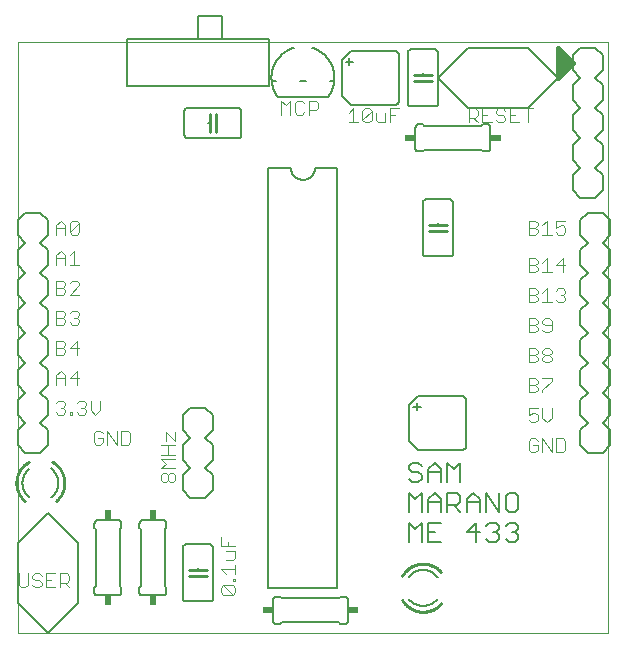
<source format=gto>
G75*
%MOIN*%
%OFA0B0*%
%FSLAX25Y25*%
%IPPOS*%
%LPD*%
%AMOC8*
5,1,8,0,0,1.08239X$1,22.5*
%
%ADD10C,0.00000*%
%ADD11C,0.00400*%
%ADD12C,0.01600*%
%ADD13C,0.00600*%
%ADD14C,0.01000*%
%ADD15C,0.00800*%
%ADD16R,0.03400X0.02400*%
%ADD17R,0.02400X0.03400*%
%ADD18C,0.00500*%
D10*
X0003000Y0001800D02*
X0003000Y0198650D01*
X0199850Y0198650D01*
X0199850Y0001800D01*
X0003000Y0001800D01*
D11*
X0003967Y0017000D02*
X0005502Y0017000D01*
X0006269Y0017767D01*
X0006269Y0021604D01*
X0007804Y0020837D02*
X0007804Y0020069D01*
X0008571Y0019302D01*
X0010106Y0019302D01*
X0010873Y0018535D01*
X0010873Y0017767D01*
X0010106Y0017000D01*
X0008571Y0017000D01*
X0007804Y0017767D01*
X0007804Y0020837D02*
X0008571Y0021604D01*
X0010106Y0021604D01*
X0010873Y0020837D01*
X0012408Y0021604D02*
X0012408Y0017000D01*
X0015477Y0017000D01*
X0017012Y0017000D02*
X0017012Y0021604D01*
X0019314Y0021604D01*
X0020081Y0020837D01*
X0020081Y0019302D01*
X0019314Y0018535D01*
X0017012Y0018535D01*
X0018546Y0018535D02*
X0020081Y0017000D01*
X0015477Y0021604D02*
X0012408Y0021604D01*
X0012408Y0019302D02*
X0013942Y0019302D01*
X0003967Y0017000D02*
X0003200Y0017767D01*
X0003200Y0021604D01*
X0028967Y0064500D02*
X0030502Y0064500D01*
X0031269Y0065267D01*
X0031269Y0066802D01*
X0029735Y0066802D01*
X0031269Y0068337D02*
X0030502Y0069104D01*
X0028967Y0069104D01*
X0028200Y0068337D01*
X0028200Y0065267D01*
X0028967Y0064500D01*
X0032804Y0064500D02*
X0032804Y0069104D01*
X0035873Y0064500D01*
X0035873Y0069104D01*
X0037408Y0069104D02*
X0039710Y0069104D01*
X0040477Y0068337D01*
X0040477Y0065267D01*
X0039710Y0064500D01*
X0037408Y0064500D01*
X0037408Y0069104D01*
X0030279Y0076035D02*
X0030279Y0079104D01*
X0027210Y0079104D02*
X0027210Y0076035D01*
X0028744Y0074500D01*
X0030279Y0076035D01*
X0025675Y0076035D02*
X0025675Y0075267D01*
X0024908Y0074500D01*
X0023373Y0074500D01*
X0022606Y0075267D01*
X0021071Y0075267D02*
X0021071Y0074500D01*
X0020304Y0074500D01*
X0020304Y0075267D01*
X0021071Y0075267D01*
X0018769Y0075267D02*
X0018002Y0074500D01*
X0016467Y0074500D01*
X0015700Y0075267D01*
X0017235Y0076802D02*
X0018002Y0076802D01*
X0018769Y0076035D01*
X0018769Y0075267D01*
X0018002Y0076802D02*
X0018769Y0077569D01*
X0018769Y0078337D01*
X0018002Y0079104D01*
X0016467Y0079104D01*
X0015700Y0078337D01*
X0015700Y0084500D02*
X0015700Y0087569D01*
X0017235Y0089104D01*
X0018769Y0087569D01*
X0018769Y0084500D01*
X0018769Y0086802D02*
X0015700Y0086802D01*
X0020304Y0086802D02*
X0023373Y0086802D01*
X0022606Y0084500D02*
X0022606Y0089104D01*
X0020304Y0086802D01*
X0022606Y0094500D02*
X0022606Y0099104D01*
X0020304Y0096802D01*
X0023373Y0096802D01*
X0018769Y0097569D02*
X0018002Y0096802D01*
X0015700Y0096802D01*
X0015700Y0094500D02*
X0015700Y0099104D01*
X0018002Y0099104D01*
X0018769Y0098337D01*
X0018769Y0097569D01*
X0018002Y0096802D02*
X0018769Y0096035D01*
X0018769Y0095267D01*
X0018002Y0094500D01*
X0015700Y0094500D01*
X0015700Y0104500D02*
X0018002Y0104500D01*
X0018769Y0105267D01*
X0018769Y0106035D01*
X0018002Y0106802D01*
X0015700Y0106802D01*
X0015700Y0104500D02*
X0015700Y0109104D01*
X0018002Y0109104D01*
X0018769Y0108337D01*
X0018769Y0107569D01*
X0018002Y0106802D01*
X0020304Y0108337D02*
X0021071Y0109104D01*
X0022606Y0109104D01*
X0023373Y0108337D01*
X0023373Y0107569D01*
X0022606Y0106802D01*
X0023373Y0106035D01*
X0023373Y0105267D01*
X0022606Y0104500D01*
X0021071Y0104500D01*
X0020304Y0105267D01*
X0021839Y0106802D02*
X0022606Y0106802D01*
X0023373Y0114500D02*
X0020304Y0114500D01*
X0023373Y0117569D01*
X0023373Y0118337D01*
X0022606Y0119104D01*
X0021071Y0119104D01*
X0020304Y0118337D01*
X0018769Y0118337D02*
X0018769Y0117569D01*
X0018002Y0116802D01*
X0015700Y0116802D01*
X0015700Y0114500D02*
X0015700Y0119104D01*
X0018002Y0119104D01*
X0018769Y0118337D01*
X0018002Y0116802D02*
X0018769Y0116035D01*
X0018769Y0115267D01*
X0018002Y0114500D01*
X0015700Y0114500D01*
X0015700Y0124500D02*
X0015700Y0127569D01*
X0017235Y0129104D01*
X0018769Y0127569D01*
X0018769Y0124500D01*
X0020304Y0124500D02*
X0023373Y0124500D01*
X0021839Y0124500D02*
X0021839Y0129104D01*
X0020304Y0127569D01*
X0018769Y0126802D02*
X0015700Y0126802D01*
X0015700Y0134500D02*
X0015700Y0137569D01*
X0017235Y0139104D01*
X0018769Y0137569D01*
X0018769Y0134500D01*
X0020304Y0135267D02*
X0023373Y0138337D01*
X0023373Y0135267D01*
X0022606Y0134500D01*
X0021071Y0134500D01*
X0020304Y0135267D01*
X0020304Y0138337D01*
X0021071Y0139104D01*
X0022606Y0139104D01*
X0023373Y0138337D01*
X0018769Y0136802D02*
X0015700Y0136802D01*
X0023373Y0079104D02*
X0024908Y0079104D01*
X0025675Y0078337D01*
X0025675Y0077569D01*
X0024908Y0076802D01*
X0025675Y0076035D01*
X0024908Y0076802D02*
X0024141Y0076802D01*
X0022606Y0078337D02*
X0023373Y0079104D01*
X0050696Y0064277D02*
X0055300Y0064277D01*
X0055300Y0065812D02*
X0055300Y0068881D01*
X0052231Y0068881D02*
X0055300Y0065812D01*
X0052998Y0064277D02*
X0052998Y0061208D01*
X0055300Y0061208D02*
X0050696Y0061208D01*
X0050696Y0059673D02*
X0055300Y0059673D01*
X0055300Y0056604D02*
X0050696Y0056604D01*
X0052231Y0058139D01*
X0050696Y0059673D01*
X0051463Y0055069D02*
X0050696Y0054302D01*
X0050696Y0052767D01*
X0051463Y0052000D01*
X0052231Y0052000D01*
X0052998Y0052767D01*
X0052998Y0054302D01*
X0053765Y0055069D01*
X0054533Y0055069D01*
X0055300Y0054302D01*
X0055300Y0052767D01*
X0054533Y0052000D01*
X0053765Y0052000D01*
X0052998Y0052767D01*
X0052998Y0054302D02*
X0052231Y0055069D01*
X0051463Y0055069D01*
X0052231Y0065812D02*
X0052231Y0068881D01*
X0070696Y0033683D02*
X0070696Y0030614D01*
X0075300Y0030614D01*
X0075300Y0029079D02*
X0072231Y0029079D01*
X0072998Y0030614D02*
X0072998Y0032148D01*
X0075300Y0029079D02*
X0075300Y0026777D01*
X0074533Y0026010D01*
X0072231Y0026010D01*
X0075300Y0024475D02*
X0075300Y0021406D01*
X0075300Y0022941D02*
X0070696Y0022941D01*
X0072231Y0021406D01*
X0074533Y0019871D02*
X0075300Y0019871D01*
X0075300Y0019104D01*
X0074533Y0019104D01*
X0074533Y0019871D01*
X0074533Y0017569D02*
X0075300Y0016802D01*
X0075300Y0015267D01*
X0074533Y0014500D01*
X0071463Y0017569D01*
X0074533Y0017569D01*
X0074533Y0014500D02*
X0071463Y0014500D01*
X0070696Y0015267D01*
X0070696Y0016802D01*
X0071463Y0017569D01*
X0173200Y0062767D02*
X0173967Y0062000D01*
X0175502Y0062000D01*
X0176269Y0062767D01*
X0176269Y0064302D01*
X0174735Y0064302D01*
X0176269Y0065837D02*
X0175502Y0066604D01*
X0173967Y0066604D01*
X0173200Y0065837D01*
X0173200Y0062767D01*
X0177804Y0062000D02*
X0177804Y0066604D01*
X0180873Y0062000D01*
X0180873Y0066604D01*
X0182408Y0066604D02*
X0184710Y0066604D01*
X0185477Y0065837D01*
X0185477Y0062767D01*
X0184710Y0062000D01*
X0182408Y0062000D01*
X0182408Y0066604D01*
X0179339Y0072000D02*
X0180873Y0073535D01*
X0180873Y0076604D01*
X0177804Y0076604D02*
X0177804Y0073535D01*
X0179339Y0072000D01*
X0176269Y0072767D02*
X0176269Y0074302D01*
X0175502Y0075069D01*
X0174735Y0075069D01*
X0173200Y0074302D01*
X0173200Y0076604D01*
X0176269Y0076604D01*
X0176269Y0072767D02*
X0175502Y0072000D01*
X0173967Y0072000D01*
X0173200Y0072767D01*
X0173200Y0082000D02*
X0175502Y0082000D01*
X0176269Y0082767D01*
X0176269Y0083535D01*
X0175502Y0084302D01*
X0173200Y0084302D01*
X0173200Y0082000D02*
X0173200Y0086604D01*
X0175502Y0086604D01*
X0176269Y0085837D01*
X0176269Y0085069D01*
X0175502Y0084302D01*
X0177804Y0082767D02*
X0177804Y0082000D01*
X0177804Y0082767D02*
X0180873Y0085837D01*
X0180873Y0086604D01*
X0177804Y0086604D01*
X0178571Y0092000D02*
X0177804Y0092767D01*
X0177804Y0093535D01*
X0178571Y0094302D01*
X0180106Y0094302D01*
X0180873Y0093535D01*
X0180873Y0092767D01*
X0180106Y0092000D01*
X0178571Y0092000D01*
X0178571Y0094302D02*
X0177804Y0095069D01*
X0177804Y0095837D01*
X0178571Y0096604D01*
X0180106Y0096604D01*
X0180873Y0095837D01*
X0180873Y0095069D01*
X0180106Y0094302D01*
X0176269Y0095069D02*
X0175502Y0094302D01*
X0173200Y0094302D01*
X0173200Y0092000D02*
X0173200Y0096604D01*
X0175502Y0096604D01*
X0176269Y0095837D01*
X0176269Y0095069D01*
X0175502Y0094302D02*
X0176269Y0093535D01*
X0176269Y0092767D01*
X0175502Y0092000D01*
X0173200Y0092000D01*
X0173200Y0102000D02*
X0175502Y0102000D01*
X0176269Y0102767D01*
X0176269Y0103535D01*
X0175502Y0104302D01*
X0173200Y0104302D01*
X0173200Y0102000D02*
X0173200Y0106604D01*
X0175502Y0106604D01*
X0176269Y0105837D01*
X0176269Y0105069D01*
X0175502Y0104302D01*
X0177804Y0105069D02*
X0178571Y0104302D01*
X0180873Y0104302D01*
X0180873Y0102767D02*
X0180873Y0105837D01*
X0180106Y0106604D01*
X0178571Y0106604D01*
X0177804Y0105837D01*
X0177804Y0105069D01*
X0177804Y0102767D02*
X0178571Y0102000D01*
X0180106Y0102000D01*
X0180873Y0102767D01*
X0180873Y0112000D02*
X0177804Y0112000D01*
X0179339Y0112000D02*
X0179339Y0116604D01*
X0177804Y0115069D01*
X0176269Y0115069D02*
X0175502Y0114302D01*
X0173200Y0114302D01*
X0173200Y0112000D02*
X0173200Y0116604D01*
X0175502Y0116604D01*
X0176269Y0115837D01*
X0176269Y0115069D01*
X0175502Y0114302D02*
X0176269Y0113535D01*
X0176269Y0112767D01*
X0175502Y0112000D01*
X0173200Y0112000D01*
X0182408Y0112767D02*
X0183175Y0112000D01*
X0184710Y0112000D01*
X0185477Y0112767D01*
X0185477Y0113535D01*
X0184710Y0114302D01*
X0183942Y0114302D01*
X0184710Y0114302D02*
X0185477Y0115069D01*
X0185477Y0115837D01*
X0184710Y0116604D01*
X0183175Y0116604D01*
X0182408Y0115837D01*
X0180873Y0122000D02*
X0177804Y0122000D01*
X0179339Y0122000D02*
X0179339Y0126604D01*
X0177804Y0125069D01*
X0176269Y0125069D02*
X0175502Y0124302D01*
X0173200Y0124302D01*
X0173200Y0122000D02*
X0173200Y0126604D01*
X0175502Y0126604D01*
X0176269Y0125837D01*
X0176269Y0125069D01*
X0175502Y0124302D02*
X0176269Y0123535D01*
X0176269Y0122767D01*
X0175502Y0122000D01*
X0173200Y0122000D01*
X0182408Y0124302D02*
X0185477Y0124302D01*
X0184710Y0122000D02*
X0184710Y0126604D01*
X0182408Y0124302D01*
X0183175Y0134500D02*
X0182408Y0135267D01*
X0183175Y0134500D02*
X0184710Y0134500D01*
X0185477Y0135267D01*
X0185477Y0136802D01*
X0184710Y0137569D01*
X0183942Y0137569D01*
X0182408Y0136802D01*
X0182408Y0139104D01*
X0185477Y0139104D01*
X0180873Y0134500D02*
X0177804Y0134500D01*
X0179339Y0134500D02*
X0179339Y0139104D01*
X0177804Y0137569D01*
X0176269Y0137569D02*
X0175502Y0136802D01*
X0173200Y0136802D01*
X0173200Y0134500D02*
X0173200Y0139104D01*
X0175502Y0139104D01*
X0176269Y0138337D01*
X0176269Y0137569D01*
X0175502Y0136802D02*
X0176269Y0136035D01*
X0176269Y0135267D01*
X0175502Y0134500D01*
X0173200Y0134500D01*
X0173150Y0172000D02*
X0173150Y0176604D01*
X0171616Y0176604D02*
X0174685Y0176604D01*
X0170081Y0176604D02*
X0167012Y0176604D01*
X0167012Y0172000D01*
X0170081Y0172000D01*
X0168546Y0174302D02*
X0167012Y0174302D01*
X0165477Y0173535D02*
X0165477Y0172767D01*
X0164710Y0172000D01*
X0163175Y0172000D01*
X0162408Y0172767D01*
X0160873Y0172000D02*
X0157804Y0172000D01*
X0157804Y0176604D01*
X0160873Y0176604D01*
X0162408Y0175837D02*
X0162408Y0175069D01*
X0163175Y0174302D01*
X0164710Y0174302D01*
X0165477Y0173535D01*
X0165477Y0175837D02*
X0164710Y0176604D01*
X0163175Y0176604D01*
X0162408Y0175837D01*
X0159339Y0174302D02*
X0157804Y0174302D01*
X0156269Y0174302D02*
X0156269Y0175837D01*
X0155502Y0176604D01*
X0153200Y0176604D01*
X0153200Y0172000D01*
X0153200Y0173535D02*
X0155502Y0173535D01*
X0156269Y0174302D01*
X0154735Y0173535D02*
X0156269Y0172000D01*
X0130081Y0176604D02*
X0127012Y0176604D01*
X0127012Y0172000D01*
X0125477Y0172000D02*
X0125477Y0175069D01*
X0127012Y0174302D02*
X0128546Y0174302D01*
X0125477Y0172000D02*
X0123175Y0172000D01*
X0122408Y0172767D01*
X0122408Y0175069D01*
X0120873Y0175837D02*
X0120106Y0176604D01*
X0118571Y0176604D01*
X0117804Y0175837D01*
X0117804Y0172767D01*
X0120873Y0175837D01*
X0120873Y0172767D01*
X0120106Y0172000D01*
X0118571Y0172000D01*
X0117804Y0172767D01*
X0116269Y0172000D02*
X0113200Y0172000D01*
X0114735Y0172000D02*
X0114735Y0176604D01*
X0113200Y0175069D01*
X0102977Y0176802D02*
X0102210Y0176035D01*
X0099908Y0176035D01*
X0099908Y0174500D02*
X0099908Y0179104D01*
X0102210Y0179104D01*
X0102977Y0178337D01*
X0102977Y0176802D01*
X0098373Y0178337D02*
X0097606Y0179104D01*
X0096071Y0179104D01*
X0095304Y0178337D01*
X0095304Y0175267D01*
X0096071Y0174500D01*
X0097606Y0174500D01*
X0098373Y0175267D01*
X0093769Y0174500D02*
X0093769Y0179104D01*
X0092235Y0177569D01*
X0090700Y0179104D01*
X0090700Y0174500D01*
D12*
X0183000Y0186800D02*
X0188000Y0191800D01*
X0183000Y0196800D01*
X0183000Y0186800D01*
X0183000Y0187227D02*
X0183427Y0187227D01*
X0183000Y0188826D02*
X0185026Y0188826D01*
X0186624Y0190424D02*
X0183000Y0190424D01*
X0183000Y0192023D02*
X0187777Y0192023D01*
X0186179Y0193621D02*
X0183000Y0193621D01*
X0183000Y0195220D02*
X0184580Y0195220D01*
D13*
X0160500Y0170300D02*
X0160500Y0163300D01*
X0160498Y0163240D01*
X0160493Y0163179D01*
X0160484Y0163120D01*
X0160471Y0163061D01*
X0160455Y0163002D01*
X0160435Y0162945D01*
X0160412Y0162890D01*
X0160385Y0162835D01*
X0160356Y0162783D01*
X0160323Y0162732D01*
X0160287Y0162683D01*
X0160249Y0162637D01*
X0160207Y0162593D01*
X0160163Y0162551D01*
X0160117Y0162513D01*
X0160068Y0162477D01*
X0160017Y0162444D01*
X0159965Y0162415D01*
X0159910Y0162388D01*
X0159855Y0162365D01*
X0159798Y0162345D01*
X0159739Y0162329D01*
X0159680Y0162316D01*
X0159621Y0162307D01*
X0159560Y0162302D01*
X0159500Y0162300D01*
X0158000Y0162300D01*
X0157500Y0162800D01*
X0138500Y0162800D01*
X0138000Y0162300D01*
X0136500Y0162300D01*
X0136440Y0162302D01*
X0136379Y0162307D01*
X0136320Y0162316D01*
X0136261Y0162329D01*
X0136202Y0162345D01*
X0136145Y0162365D01*
X0136090Y0162388D01*
X0136035Y0162415D01*
X0135983Y0162444D01*
X0135932Y0162477D01*
X0135883Y0162513D01*
X0135837Y0162551D01*
X0135793Y0162593D01*
X0135751Y0162637D01*
X0135713Y0162683D01*
X0135677Y0162732D01*
X0135644Y0162783D01*
X0135615Y0162835D01*
X0135588Y0162890D01*
X0135565Y0162945D01*
X0135545Y0163002D01*
X0135529Y0163061D01*
X0135516Y0163120D01*
X0135507Y0163179D01*
X0135502Y0163240D01*
X0135500Y0163300D01*
X0135500Y0170300D01*
X0135502Y0170360D01*
X0135507Y0170421D01*
X0135516Y0170480D01*
X0135529Y0170539D01*
X0135545Y0170598D01*
X0135565Y0170655D01*
X0135588Y0170710D01*
X0135615Y0170765D01*
X0135644Y0170817D01*
X0135677Y0170868D01*
X0135713Y0170917D01*
X0135751Y0170963D01*
X0135793Y0171007D01*
X0135837Y0171049D01*
X0135883Y0171087D01*
X0135932Y0171123D01*
X0135983Y0171156D01*
X0136035Y0171185D01*
X0136090Y0171212D01*
X0136145Y0171235D01*
X0136202Y0171255D01*
X0136261Y0171271D01*
X0136320Y0171284D01*
X0136379Y0171293D01*
X0136440Y0171298D01*
X0136500Y0171300D01*
X0138000Y0171300D01*
X0138500Y0170800D01*
X0157500Y0170800D01*
X0158000Y0171300D01*
X0159500Y0171300D01*
X0159560Y0171298D01*
X0159621Y0171293D01*
X0159680Y0171284D01*
X0159739Y0171271D01*
X0159798Y0171255D01*
X0159855Y0171235D01*
X0159910Y0171212D01*
X0159965Y0171185D01*
X0160017Y0171156D01*
X0160068Y0171123D01*
X0160117Y0171087D01*
X0160163Y0171049D01*
X0160207Y0171007D01*
X0160249Y0170963D01*
X0160287Y0170917D01*
X0160323Y0170868D01*
X0160356Y0170817D01*
X0160385Y0170765D01*
X0160412Y0170710D01*
X0160435Y0170655D01*
X0160455Y0170598D01*
X0160471Y0170539D01*
X0160484Y0170480D01*
X0160493Y0170421D01*
X0160498Y0170360D01*
X0160500Y0170300D01*
X0143000Y0178300D02*
X0143000Y0195300D01*
X0142998Y0195360D01*
X0142993Y0195421D01*
X0142984Y0195480D01*
X0142971Y0195539D01*
X0142955Y0195598D01*
X0142935Y0195655D01*
X0142912Y0195710D01*
X0142885Y0195765D01*
X0142856Y0195817D01*
X0142823Y0195868D01*
X0142787Y0195917D01*
X0142749Y0195963D01*
X0142707Y0196007D01*
X0142663Y0196049D01*
X0142617Y0196087D01*
X0142568Y0196123D01*
X0142517Y0196156D01*
X0142465Y0196185D01*
X0142410Y0196212D01*
X0142355Y0196235D01*
X0142298Y0196255D01*
X0142239Y0196271D01*
X0142180Y0196284D01*
X0142121Y0196293D01*
X0142060Y0196298D01*
X0142000Y0196300D01*
X0134000Y0196300D01*
X0133940Y0196298D01*
X0133879Y0196293D01*
X0133820Y0196284D01*
X0133761Y0196271D01*
X0133702Y0196255D01*
X0133645Y0196235D01*
X0133590Y0196212D01*
X0133535Y0196185D01*
X0133483Y0196156D01*
X0133432Y0196123D01*
X0133383Y0196087D01*
X0133337Y0196049D01*
X0133293Y0196007D01*
X0133251Y0195963D01*
X0133213Y0195917D01*
X0133177Y0195868D01*
X0133144Y0195817D01*
X0133115Y0195765D01*
X0133088Y0195710D01*
X0133065Y0195655D01*
X0133045Y0195598D01*
X0133029Y0195539D01*
X0133016Y0195480D01*
X0133007Y0195421D01*
X0133002Y0195360D01*
X0133000Y0195300D01*
X0133000Y0178300D01*
X0133002Y0178240D01*
X0133007Y0178179D01*
X0133016Y0178120D01*
X0133029Y0178061D01*
X0133045Y0178002D01*
X0133065Y0177945D01*
X0133088Y0177890D01*
X0133115Y0177835D01*
X0133144Y0177783D01*
X0133177Y0177732D01*
X0133213Y0177683D01*
X0133251Y0177637D01*
X0133293Y0177593D01*
X0133337Y0177551D01*
X0133383Y0177513D01*
X0133432Y0177477D01*
X0133483Y0177444D01*
X0133535Y0177415D01*
X0133590Y0177388D01*
X0133645Y0177365D01*
X0133702Y0177345D01*
X0133761Y0177329D01*
X0133820Y0177316D01*
X0133879Y0177307D01*
X0133940Y0177302D01*
X0134000Y0177300D01*
X0142000Y0177300D01*
X0142060Y0177302D01*
X0142121Y0177307D01*
X0142180Y0177316D01*
X0142239Y0177329D01*
X0142298Y0177345D01*
X0142355Y0177365D01*
X0142410Y0177388D01*
X0142465Y0177415D01*
X0142517Y0177444D01*
X0142568Y0177477D01*
X0142617Y0177513D01*
X0142663Y0177551D01*
X0142707Y0177593D01*
X0142749Y0177637D01*
X0142787Y0177683D01*
X0142823Y0177732D01*
X0142856Y0177783D01*
X0142885Y0177835D01*
X0142912Y0177890D01*
X0142935Y0177945D01*
X0142955Y0178002D01*
X0142971Y0178061D01*
X0142984Y0178120D01*
X0142993Y0178179D01*
X0142998Y0178240D01*
X0143000Y0178300D01*
X0138000Y0185300D02*
X0138000Y0185800D01*
X0138000Y0187800D02*
X0138000Y0188300D01*
X0130000Y0194300D02*
X0130000Y0179300D01*
X0129998Y0179224D01*
X0129992Y0179148D01*
X0129983Y0179073D01*
X0129969Y0178998D01*
X0129952Y0178924D01*
X0129931Y0178851D01*
X0129907Y0178779D01*
X0129878Y0178708D01*
X0129847Y0178639D01*
X0129812Y0178572D01*
X0129773Y0178507D01*
X0129731Y0178443D01*
X0129686Y0178382D01*
X0129638Y0178323D01*
X0129587Y0178267D01*
X0129533Y0178213D01*
X0129477Y0178162D01*
X0129418Y0178114D01*
X0129357Y0178069D01*
X0129293Y0178027D01*
X0129228Y0177988D01*
X0129161Y0177953D01*
X0129092Y0177922D01*
X0129021Y0177893D01*
X0128949Y0177869D01*
X0128876Y0177848D01*
X0128802Y0177831D01*
X0128727Y0177817D01*
X0128652Y0177808D01*
X0128576Y0177802D01*
X0128500Y0177800D01*
X0114000Y0177800D01*
X0111000Y0180800D01*
X0111000Y0192800D01*
X0114000Y0195800D01*
X0128500Y0195800D01*
X0128576Y0195798D01*
X0128652Y0195792D01*
X0128727Y0195783D01*
X0128802Y0195769D01*
X0128876Y0195752D01*
X0128949Y0195731D01*
X0129021Y0195707D01*
X0129092Y0195678D01*
X0129161Y0195647D01*
X0129228Y0195612D01*
X0129293Y0195573D01*
X0129357Y0195531D01*
X0129418Y0195486D01*
X0129477Y0195438D01*
X0129533Y0195387D01*
X0129587Y0195333D01*
X0129638Y0195277D01*
X0129686Y0195218D01*
X0129731Y0195157D01*
X0129773Y0195093D01*
X0129812Y0195028D01*
X0129847Y0194961D01*
X0129878Y0194892D01*
X0129907Y0194821D01*
X0129931Y0194749D01*
X0129952Y0194676D01*
X0129969Y0194602D01*
X0129983Y0194527D01*
X0129992Y0194452D01*
X0129998Y0194376D01*
X0130000Y0194300D01*
X0114800Y0192200D02*
X0112200Y0192200D01*
X0113500Y0193400D02*
X0113500Y0190900D01*
X0109500Y0156800D02*
X0102000Y0156800D01*
X0101998Y0156674D01*
X0101992Y0156549D01*
X0101982Y0156424D01*
X0101968Y0156299D01*
X0101951Y0156174D01*
X0101929Y0156050D01*
X0101904Y0155927D01*
X0101874Y0155805D01*
X0101841Y0155684D01*
X0101804Y0155564D01*
X0101764Y0155445D01*
X0101719Y0155328D01*
X0101671Y0155211D01*
X0101619Y0155097D01*
X0101564Y0154984D01*
X0101505Y0154873D01*
X0101443Y0154764D01*
X0101377Y0154657D01*
X0101308Y0154552D01*
X0101236Y0154449D01*
X0101161Y0154348D01*
X0101082Y0154250D01*
X0101000Y0154155D01*
X0100916Y0154062D01*
X0100828Y0153972D01*
X0100738Y0153884D01*
X0100645Y0153800D01*
X0100550Y0153718D01*
X0100452Y0153639D01*
X0100351Y0153564D01*
X0100248Y0153492D01*
X0100143Y0153423D01*
X0100036Y0153357D01*
X0099927Y0153295D01*
X0099816Y0153236D01*
X0099703Y0153181D01*
X0099589Y0153129D01*
X0099472Y0153081D01*
X0099355Y0153036D01*
X0099236Y0152996D01*
X0099116Y0152959D01*
X0098995Y0152926D01*
X0098873Y0152896D01*
X0098750Y0152871D01*
X0098626Y0152849D01*
X0098501Y0152832D01*
X0098376Y0152818D01*
X0098251Y0152808D01*
X0098126Y0152802D01*
X0098000Y0152800D01*
X0097874Y0152802D01*
X0097749Y0152808D01*
X0097624Y0152818D01*
X0097499Y0152832D01*
X0097374Y0152849D01*
X0097250Y0152871D01*
X0097127Y0152896D01*
X0097005Y0152926D01*
X0096884Y0152959D01*
X0096764Y0152996D01*
X0096645Y0153036D01*
X0096528Y0153081D01*
X0096411Y0153129D01*
X0096297Y0153181D01*
X0096184Y0153236D01*
X0096073Y0153295D01*
X0095964Y0153357D01*
X0095857Y0153423D01*
X0095752Y0153492D01*
X0095649Y0153564D01*
X0095548Y0153639D01*
X0095450Y0153718D01*
X0095355Y0153800D01*
X0095262Y0153884D01*
X0095172Y0153972D01*
X0095084Y0154062D01*
X0095000Y0154155D01*
X0094918Y0154250D01*
X0094839Y0154348D01*
X0094764Y0154449D01*
X0094692Y0154552D01*
X0094623Y0154657D01*
X0094557Y0154764D01*
X0094495Y0154873D01*
X0094436Y0154984D01*
X0094381Y0155097D01*
X0094329Y0155211D01*
X0094281Y0155328D01*
X0094236Y0155445D01*
X0094196Y0155564D01*
X0094159Y0155684D01*
X0094126Y0155805D01*
X0094096Y0155927D01*
X0094071Y0156050D01*
X0094049Y0156174D01*
X0094032Y0156299D01*
X0094018Y0156424D01*
X0094008Y0156549D01*
X0094002Y0156674D01*
X0094000Y0156800D01*
X0086500Y0156800D01*
X0086500Y0016800D01*
X0109500Y0016800D01*
X0109500Y0156800D01*
X0138000Y0145300D02*
X0138000Y0128300D01*
X0138002Y0128240D01*
X0138007Y0128179D01*
X0138016Y0128120D01*
X0138029Y0128061D01*
X0138045Y0128002D01*
X0138065Y0127945D01*
X0138088Y0127890D01*
X0138115Y0127835D01*
X0138144Y0127783D01*
X0138177Y0127732D01*
X0138213Y0127683D01*
X0138251Y0127637D01*
X0138293Y0127593D01*
X0138337Y0127551D01*
X0138383Y0127513D01*
X0138432Y0127477D01*
X0138483Y0127444D01*
X0138535Y0127415D01*
X0138590Y0127388D01*
X0138645Y0127365D01*
X0138702Y0127345D01*
X0138761Y0127329D01*
X0138820Y0127316D01*
X0138879Y0127307D01*
X0138940Y0127302D01*
X0139000Y0127300D01*
X0147000Y0127300D01*
X0147060Y0127302D01*
X0147121Y0127307D01*
X0147180Y0127316D01*
X0147239Y0127329D01*
X0147298Y0127345D01*
X0147355Y0127365D01*
X0147410Y0127388D01*
X0147465Y0127415D01*
X0147517Y0127444D01*
X0147568Y0127477D01*
X0147617Y0127513D01*
X0147663Y0127551D01*
X0147707Y0127593D01*
X0147749Y0127637D01*
X0147787Y0127683D01*
X0147823Y0127732D01*
X0147856Y0127783D01*
X0147885Y0127835D01*
X0147912Y0127890D01*
X0147935Y0127945D01*
X0147955Y0128002D01*
X0147971Y0128061D01*
X0147984Y0128120D01*
X0147993Y0128179D01*
X0147998Y0128240D01*
X0148000Y0128300D01*
X0148000Y0145300D01*
X0147998Y0145360D01*
X0147993Y0145421D01*
X0147984Y0145480D01*
X0147971Y0145539D01*
X0147955Y0145598D01*
X0147935Y0145655D01*
X0147912Y0145710D01*
X0147885Y0145765D01*
X0147856Y0145817D01*
X0147823Y0145868D01*
X0147787Y0145917D01*
X0147749Y0145963D01*
X0147707Y0146007D01*
X0147663Y0146049D01*
X0147617Y0146087D01*
X0147568Y0146123D01*
X0147517Y0146156D01*
X0147465Y0146185D01*
X0147410Y0146212D01*
X0147355Y0146235D01*
X0147298Y0146255D01*
X0147239Y0146271D01*
X0147180Y0146284D01*
X0147121Y0146293D01*
X0147060Y0146298D01*
X0147000Y0146300D01*
X0139000Y0146300D01*
X0138940Y0146298D01*
X0138879Y0146293D01*
X0138820Y0146284D01*
X0138761Y0146271D01*
X0138702Y0146255D01*
X0138645Y0146235D01*
X0138590Y0146212D01*
X0138535Y0146185D01*
X0138483Y0146156D01*
X0138432Y0146123D01*
X0138383Y0146087D01*
X0138337Y0146049D01*
X0138293Y0146007D01*
X0138251Y0145963D01*
X0138213Y0145917D01*
X0138177Y0145868D01*
X0138144Y0145817D01*
X0138115Y0145765D01*
X0138088Y0145710D01*
X0138065Y0145655D01*
X0138045Y0145598D01*
X0138029Y0145539D01*
X0138016Y0145480D01*
X0138007Y0145421D01*
X0138002Y0145360D01*
X0138000Y0145300D01*
X0143000Y0138300D02*
X0143000Y0137800D01*
X0143000Y0135800D02*
X0143000Y0135300D01*
X0136500Y0080800D02*
X0133500Y0077800D01*
X0133500Y0065800D01*
X0136500Y0062800D01*
X0151000Y0062800D01*
X0151076Y0062802D01*
X0151152Y0062808D01*
X0151227Y0062817D01*
X0151302Y0062831D01*
X0151376Y0062848D01*
X0151449Y0062869D01*
X0151521Y0062893D01*
X0151592Y0062922D01*
X0151661Y0062953D01*
X0151728Y0062988D01*
X0151793Y0063027D01*
X0151857Y0063069D01*
X0151918Y0063114D01*
X0151977Y0063162D01*
X0152033Y0063213D01*
X0152087Y0063267D01*
X0152138Y0063323D01*
X0152186Y0063382D01*
X0152231Y0063443D01*
X0152273Y0063507D01*
X0152312Y0063572D01*
X0152347Y0063639D01*
X0152378Y0063708D01*
X0152407Y0063779D01*
X0152431Y0063851D01*
X0152452Y0063924D01*
X0152469Y0063998D01*
X0152483Y0064073D01*
X0152492Y0064148D01*
X0152498Y0064224D01*
X0152500Y0064300D01*
X0152500Y0079300D01*
X0152498Y0079376D01*
X0152492Y0079452D01*
X0152483Y0079527D01*
X0152469Y0079602D01*
X0152452Y0079676D01*
X0152431Y0079749D01*
X0152407Y0079821D01*
X0152378Y0079892D01*
X0152347Y0079961D01*
X0152312Y0080028D01*
X0152273Y0080093D01*
X0152231Y0080157D01*
X0152186Y0080218D01*
X0152138Y0080277D01*
X0152087Y0080333D01*
X0152033Y0080387D01*
X0151977Y0080438D01*
X0151918Y0080486D01*
X0151857Y0080531D01*
X0151793Y0080573D01*
X0151728Y0080612D01*
X0151661Y0080647D01*
X0151592Y0080678D01*
X0151521Y0080707D01*
X0151449Y0080731D01*
X0151376Y0080752D01*
X0151302Y0080769D01*
X0151227Y0080783D01*
X0151152Y0080792D01*
X0151076Y0080798D01*
X0151000Y0080800D01*
X0136500Y0080800D01*
X0136000Y0078400D02*
X0136000Y0075900D01*
X0137300Y0077200D02*
X0134700Y0077200D01*
X0134368Y0058505D02*
X0133300Y0057438D01*
X0133300Y0056370D01*
X0134368Y0055303D01*
X0136503Y0055303D01*
X0137570Y0054235D01*
X0137570Y0053168D01*
X0136503Y0052100D01*
X0134368Y0052100D01*
X0133300Y0053168D01*
X0133300Y0048505D02*
X0135435Y0046370D01*
X0137570Y0048505D01*
X0137570Y0042100D01*
X0139745Y0042100D02*
X0139745Y0046370D01*
X0141881Y0048505D01*
X0144016Y0046370D01*
X0144016Y0042100D01*
X0146191Y0042100D02*
X0146191Y0048505D01*
X0149394Y0048505D01*
X0150461Y0047438D01*
X0150461Y0045303D01*
X0149394Y0044235D01*
X0146191Y0044235D01*
X0148326Y0044235D02*
X0150461Y0042100D01*
X0152636Y0042100D02*
X0152636Y0046370D01*
X0154772Y0048505D01*
X0156907Y0046370D01*
X0156907Y0042100D01*
X0159082Y0042100D02*
X0159082Y0048505D01*
X0163352Y0042100D01*
X0163352Y0048505D01*
X0165527Y0047438D02*
X0165527Y0043168D01*
X0166595Y0042100D01*
X0168730Y0042100D01*
X0169798Y0043168D01*
X0169798Y0047438D01*
X0168730Y0048505D01*
X0166595Y0048505D01*
X0165527Y0047438D01*
X0156907Y0045303D02*
X0152636Y0045303D01*
X0150461Y0052100D02*
X0150461Y0058505D01*
X0148326Y0056370D01*
X0146191Y0058505D01*
X0146191Y0052100D01*
X0144016Y0052100D02*
X0144016Y0056370D01*
X0141881Y0058505D01*
X0139745Y0056370D01*
X0139745Y0052100D01*
X0139745Y0055303D02*
X0144016Y0055303D01*
X0137570Y0057438D02*
X0136503Y0058505D01*
X0134368Y0058505D01*
X0133300Y0048505D02*
X0133300Y0042100D01*
X0133300Y0038505D02*
X0135435Y0036370D01*
X0137570Y0038505D01*
X0137570Y0032100D01*
X0139745Y0032100D02*
X0144016Y0032100D01*
X0141881Y0035303D02*
X0139745Y0035303D01*
X0139745Y0038505D02*
X0139745Y0032100D01*
X0139745Y0038505D02*
X0144016Y0038505D01*
X0144016Y0045303D02*
X0139745Y0045303D01*
X0133300Y0038505D02*
X0133300Y0032100D01*
X0138000Y0022800D02*
X0138154Y0022798D01*
X0138308Y0022792D01*
X0138462Y0022782D01*
X0138616Y0022768D01*
X0138769Y0022751D01*
X0138921Y0022729D01*
X0139073Y0022703D01*
X0139225Y0022674D01*
X0139375Y0022640D01*
X0139525Y0022603D01*
X0139673Y0022562D01*
X0139821Y0022517D01*
X0139967Y0022468D01*
X0140112Y0022416D01*
X0140255Y0022360D01*
X0140398Y0022300D01*
X0140538Y0022237D01*
X0140677Y0022170D01*
X0140814Y0022099D01*
X0140949Y0022025D01*
X0141082Y0021948D01*
X0141214Y0021867D01*
X0141343Y0021783D01*
X0141470Y0021695D01*
X0141594Y0021604D01*
X0141716Y0021511D01*
X0141836Y0021413D01*
X0141953Y0021313D01*
X0142068Y0021210D01*
X0142180Y0021104D01*
X0142289Y0020996D01*
X0142395Y0020884D01*
X0142499Y0020770D01*
X0142599Y0020653D01*
X0142697Y0020534D01*
X0142791Y0020412D01*
X0142882Y0020287D01*
X0138000Y0010800D02*
X0137848Y0010802D01*
X0137697Y0010808D01*
X0137546Y0010817D01*
X0137394Y0010831D01*
X0137244Y0010848D01*
X0137094Y0010869D01*
X0136944Y0010894D01*
X0136795Y0010922D01*
X0136647Y0010955D01*
X0136500Y0010991D01*
X0136353Y0011030D01*
X0136208Y0011074D01*
X0136064Y0011121D01*
X0135921Y0011172D01*
X0135780Y0011226D01*
X0135639Y0011284D01*
X0135501Y0011345D01*
X0135364Y0011410D01*
X0135228Y0011479D01*
X0135095Y0011550D01*
X0134963Y0011625D01*
X0134833Y0011704D01*
X0134706Y0011785D01*
X0134580Y0011870D01*
X0134456Y0011958D01*
X0134335Y0012049D01*
X0134216Y0012143D01*
X0134100Y0012241D01*
X0133986Y0012341D01*
X0133874Y0012443D01*
X0133766Y0012549D01*
X0133660Y0012657D01*
X0133556Y0012768D01*
X0133456Y0012882D01*
X0133358Y0012998D01*
X0133264Y0013117D01*
X0138000Y0010800D02*
X0138152Y0010802D01*
X0138303Y0010808D01*
X0138454Y0010817D01*
X0138606Y0010831D01*
X0138756Y0010848D01*
X0138906Y0010869D01*
X0139056Y0010894D01*
X0139205Y0010922D01*
X0139353Y0010955D01*
X0139500Y0010991D01*
X0139647Y0011030D01*
X0139792Y0011074D01*
X0139936Y0011121D01*
X0140079Y0011172D01*
X0140220Y0011226D01*
X0140361Y0011284D01*
X0140499Y0011345D01*
X0140636Y0011410D01*
X0140772Y0011479D01*
X0140905Y0011550D01*
X0141037Y0011625D01*
X0141167Y0011704D01*
X0141294Y0011785D01*
X0141420Y0011870D01*
X0141544Y0011958D01*
X0141665Y0012049D01*
X0141784Y0012143D01*
X0141900Y0012241D01*
X0142014Y0012341D01*
X0142126Y0012443D01*
X0142234Y0012549D01*
X0142340Y0012657D01*
X0142444Y0012768D01*
X0142544Y0012882D01*
X0142642Y0012998D01*
X0142736Y0013117D01*
X0138000Y0022800D02*
X0137850Y0022798D01*
X0137699Y0022792D01*
X0137549Y0022783D01*
X0137400Y0022770D01*
X0137250Y0022753D01*
X0137101Y0022732D01*
X0136953Y0022708D01*
X0136805Y0022680D01*
X0136658Y0022648D01*
X0136512Y0022613D01*
X0136367Y0022573D01*
X0136223Y0022531D01*
X0136080Y0022484D01*
X0135938Y0022434D01*
X0135797Y0022381D01*
X0135658Y0022324D01*
X0135520Y0022264D01*
X0135384Y0022200D01*
X0135250Y0022133D01*
X0135117Y0022062D01*
X0134986Y0021988D01*
X0134857Y0021911D01*
X0134730Y0021830D01*
X0134605Y0021747D01*
X0134482Y0021660D01*
X0134361Y0021571D01*
X0134243Y0021478D01*
X0134127Y0021382D01*
X0134013Y0021284D01*
X0133902Y0021183D01*
X0133793Y0021078D01*
X0133688Y0020972D01*
X0133584Y0020862D01*
X0133484Y0020750D01*
X0133386Y0020636D01*
X0133292Y0020519D01*
X0133200Y0020400D01*
X0152636Y0035303D02*
X0156907Y0035303D01*
X0159082Y0037438D02*
X0160150Y0038505D01*
X0162285Y0038505D01*
X0163352Y0037438D01*
X0163352Y0036370D01*
X0162285Y0035303D01*
X0163352Y0034235D01*
X0163352Y0033168D01*
X0162285Y0032100D01*
X0160150Y0032100D01*
X0159082Y0033168D01*
X0161217Y0035303D02*
X0162285Y0035303D01*
X0165527Y0037438D02*
X0166595Y0038505D01*
X0168730Y0038505D01*
X0169798Y0037438D01*
X0169798Y0036370D01*
X0168730Y0035303D01*
X0169798Y0034235D01*
X0169798Y0033168D01*
X0168730Y0032100D01*
X0166595Y0032100D01*
X0165527Y0033168D01*
X0167663Y0035303D02*
X0168730Y0035303D01*
X0155839Y0032100D02*
X0155839Y0038505D01*
X0152636Y0035303D01*
X0113000Y0012800D02*
X0113000Y0005800D01*
X0112998Y0005740D01*
X0112993Y0005679D01*
X0112984Y0005620D01*
X0112971Y0005561D01*
X0112955Y0005502D01*
X0112935Y0005445D01*
X0112912Y0005390D01*
X0112885Y0005335D01*
X0112856Y0005283D01*
X0112823Y0005232D01*
X0112787Y0005183D01*
X0112749Y0005137D01*
X0112707Y0005093D01*
X0112663Y0005051D01*
X0112617Y0005013D01*
X0112568Y0004977D01*
X0112517Y0004944D01*
X0112465Y0004915D01*
X0112410Y0004888D01*
X0112355Y0004865D01*
X0112298Y0004845D01*
X0112239Y0004829D01*
X0112180Y0004816D01*
X0112121Y0004807D01*
X0112060Y0004802D01*
X0112000Y0004800D01*
X0110500Y0004800D01*
X0110000Y0005300D01*
X0091000Y0005300D01*
X0090500Y0004800D01*
X0089000Y0004800D01*
X0088940Y0004802D01*
X0088879Y0004807D01*
X0088820Y0004816D01*
X0088761Y0004829D01*
X0088702Y0004845D01*
X0088645Y0004865D01*
X0088590Y0004888D01*
X0088535Y0004915D01*
X0088483Y0004944D01*
X0088432Y0004977D01*
X0088383Y0005013D01*
X0088337Y0005051D01*
X0088293Y0005093D01*
X0088251Y0005137D01*
X0088213Y0005183D01*
X0088177Y0005232D01*
X0088144Y0005283D01*
X0088115Y0005335D01*
X0088088Y0005390D01*
X0088065Y0005445D01*
X0088045Y0005502D01*
X0088029Y0005561D01*
X0088016Y0005620D01*
X0088007Y0005679D01*
X0088002Y0005740D01*
X0088000Y0005800D01*
X0088000Y0012800D01*
X0088002Y0012860D01*
X0088007Y0012921D01*
X0088016Y0012980D01*
X0088029Y0013039D01*
X0088045Y0013098D01*
X0088065Y0013155D01*
X0088088Y0013210D01*
X0088115Y0013265D01*
X0088144Y0013317D01*
X0088177Y0013368D01*
X0088213Y0013417D01*
X0088251Y0013463D01*
X0088293Y0013507D01*
X0088337Y0013549D01*
X0088383Y0013587D01*
X0088432Y0013623D01*
X0088483Y0013656D01*
X0088535Y0013685D01*
X0088590Y0013712D01*
X0088645Y0013735D01*
X0088702Y0013755D01*
X0088761Y0013771D01*
X0088820Y0013784D01*
X0088879Y0013793D01*
X0088940Y0013798D01*
X0089000Y0013800D01*
X0090500Y0013800D01*
X0091000Y0013300D01*
X0110000Y0013300D01*
X0110500Y0013800D01*
X0112000Y0013800D01*
X0112060Y0013798D01*
X0112121Y0013793D01*
X0112180Y0013784D01*
X0112239Y0013771D01*
X0112298Y0013755D01*
X0112355Y0013735D01*
X0112410Y0013712D01*
X0112465Y0013685D01*
X0112517Y0013656D01*
X0112568Y0013623D01*
X0112617Y0013587D01*
X0112663Y0013549D01*
X0112707Y0013507D01*
X0112749Y0013463D01*
X0112787Y0013417D01*
X0112823Y0013368D01*
X0112856Y0013317D01*
X0112885Y0013265D01*
X0112912Y0013210D01*
X0112935Y0013155D01*
X0112955Y0013098D01*
X0112971Y0013039D01*
X0112984Y0012980D01*
X0112993Y0012921D01*
X0112998Y0012860D01*
X0113000Y0012800D01*
X0068000Y0013300D02*
X0068000Y0030300D01*
X0067998Y0030360D01*
X0067993Y0030421D01*
X0067984Y0030480D01*
X0067971Y0030539D01*
X0067955Y0030598D01*
X0067935Y0030655D01*
X0067912Y0030710D01*
X0067885Y0030765D01*
X0067856Y0030817D01*
X0067823Y0030868D01*
X0067787Y0030917D01*
X0067749Y0030963D01*
X0067707Y0031007D01*
X0067663Y0031049D01*
X0067617Y0031087D01*
X0067568Y0031123D01*
X0067517Y0031156D01*
X0067465Y0031185D01*
X0067410Y0031212D01*
X0067355Y0031235D01*
X0067298Y0031255D01*
X0067239Y0031271D01*
X0067180Y0031284D01*
X0067121Y0031293D01*
X0067060Y0031298D01*
X0067000Y0031300D01*
X0059000Y0031300D01*
X0058940Y0031298D01*
X0058879Y0031293D01*
X0058820Y0031284D01*
X0058761Y0031271D01*
X0058702Y0031255D01*
X0058645Y0031235D01*
X0058590Y0031212D01*
X0058535Y0031185D01*
X0058483Y0031156D01*
X0058432Y0031123D01*
X0058383Y0031087D01*
X0058337Y0031049D01*
X0058293Y0031007D01*
X0058251Y0030963D01*
X0058213Y0030917D01*
X0058177Y0030868D01*
X0058144Y0030817D01*
X0058115Y0030765D01*
X0058088Y0030710D01*
X0058065Y0030655D01*
X0058045Y0030598D01*
X0058029Y0030539D01*
X0058016Y0030480D01*
X0058007Y0030421D01*
X0058002Y0030360D01*
X0058000Y0030300D01*
X0058000Y0013300D01*
X0058002Y0013240D01*
X0058007Y0013179D01*
X0058016Y0013120D01*
X0058029Y0013061D01*
X0058045Y0013002D01*
X0058065Y0012945D01*
X0058088Y0012890D01*
X0058115Y0012835D01*
X0058144Y0012783D01*
X0058177Y0012732D01*
X0058213Y0012683D01*
X0058251Y0012637D01*
X0058293Y0012593D01*
X0058337Y0012551D01*
X0058383Y0012513D01*
X0058432Y0012477D01*
X0058483Y0012444D01*
X0058535Y0012415D01*
X0058590Y0012388D01*
X0058645Y0012365D01*
X0058702Y0012345D01*
X0058761Y0012329D01*
X0058820Y0012316D01*
X0058879Y0012307D01*
X0058940Y0012302D01*
X0059000Y0012300D01*
X0067000Y0012300D01*
X0067060Y0012302D01*
X0067121Y0012307D01*
X0067180Y0012316D01*
X0067239Y0012329D01*
X0067298Y0012345D01*
X0067355Y0012365D01*
X0067410Y0012388D01*
X0067465Y0012415D01*
X0067517Y0012444D01*
X0067568Y0012477D01*
X0067617Y0012513D01*
X0067663Y0012551D01*
X0067707Y0012593D01*
X0067749Y0012637D01*
X0067787Y0012683D01*
X0067823Y0012732D01*
X0067856Y0012783D01*
X0067885Y0012835D01*
X0067912Y0012890D01*
X0067935Y0012945D01*
X0067955Y0013002D01*
X0067971Y0013061D01*
X0067984Y0013120D01*
X0067993Y0013179D01*
X0067998Y0013240D01*
X0068000Y0013300D01*
X0063000Y0020300D02*
X0063000Y0020800D01*
X0063000Y0022800D02*
X0063000Y0023300D01*
X0052500Y0016800D02*
X0052500Y0015300D01*
X0052498Y0015240D01*
X0052493Y0015179D01*
X0052484Y0015120D01*
X0052471Y0015061D01*
X0052455Y0015002D01*
X0052435Y0014945D01*
X0052412Y0014890D01*
X0052385Y0014835D01*
X0052356Y0014783D01*
X0052323Y0014732D01*
X0052287Y0014683D01*
X0052249Y0014637D01*
X0052207Y0014593D01*
X0052163Y0014551D01*
X0052117Y0014513D01*
X0052068Y0014477D01*
X0052017Y0014444D01*
X0051965Y0014415D01*
X0051910Y0014388D01*
X0051855Y0014365D01*
X0051798Y0014345D01*
X0051739Y0014329D01*
X0051680Y0014316D01*
X0051621Y0014307D01*
X0051560Y0014302D01*
X0051500Y0014300D01*
X0044500Y0014300D01*
X0044440Y0014302D01*
X0044379Y0014307D01*
X0044320Y0014316D01*
X0044261Y0014329D01*
X0044202Y0014345D01*
X0044145Y0014365D01*
X0044090Y0014388D01*
X0044035Y0014415D01*
X0043983Y0014444D01*
X0043932Y0014477D01*
X0043883Y0014513D01*
X0043837Y0014551D01*
X0043793Y0014593D01*
X0043751Y0014637D01*
X0043713Y0014683D01*
X0043677Y0014732D01*
X0043644Y0014783D01*
X0043615Y0014835D01*
X0043588Y0014890D01*
X0043565Y0014945D01*
X0043545Y0015002D01*
X0043529Y0015061D01*
X0043516Y0015120D01*
X0043507Y0015179D01*
X0043502Y0015240D01*
X0043500Y0015300D01*
X0043500Y0016800D01*
X0044000Y0017300D01*
X0044000Y0036300D01*
X0043500Y0036800D01*
X0043500Y0038300D01*
X0043502Y0038360D01*
X0043507Y0038421D01*
X0043516Y0038480D01*
X0043529Y0038539D01*
X0043545Y0038598D01*
X0043565Y0038655D01*
X0043588Y0038710D01*
X0043615Y0038765D01*
X0043644Y0038817D01*
X0043677Y0038868D01*
X0043713Y0038917D01*
X0043751Y0038963D01*
X0043793Y0039007D01*
X0043837Y0039049D01*
X0043883Y0039087D01*
X0043932Y0039123D01*
X0043983Y0039156D01*
X0044035Y0039185D01*
X0044090Y0039212D01*
X0044145Y0039235D01*
X0044202Y0039255D01*
X0044261Y0039271D01*
X0044320Y0039284D01*
X0044379Y0039293D01*
X0044440Y0039298D01*
X0044500Y0039300D01*
X0051500Y0039300D01*
X0051560Y0039298D01*
X0051621Y0039293D01*
X0051680Y0039284D01*
X0051739Y0039271D01*
X0051798Y0039255D01*
X0051855Y0039235D01*
X0051910Y0039212D01*
X0051965Y0039185D01*
X0052017Y0039156D01*
X0052068Y0039123D01*
X0052117Y0039087D01*
X0052163Y0039049D01*
X0052207Y0039007D01*
X0052249Y0038963D01*
X0052287Y0038917D01*
X0052323Y0038868D01*
X0052356Y0038817D01*
X0052385Y0038765D01*
X0052412Y0038710D01*
X0052435Y0038655D01*
X0052455Y0038598D01*
X0052471Y0038539D01*
X0052484Y0038480D01*
X0052493Y0038421D01*
X0052498Y0038360D01*
X0052500Y0038300D01*
X0052500Y0036800D01*
X0052000Y0036300D01*
X0052000Y0017300D01*
X0052500Y0016800D01*
X0037500Y0016800D02*
X0037500Y0015300D01*
X0037498Y0015240D01*
X0037493Y0015179D01*
X0037484Y0015120D01*
X0037471Y0015061D01*
X0037455Y0015002D01*
X0037435Y0014945D01*
X0037412Y0014890D01*
X0037385Y0014835D01*
X0037356Y0014783D01*
X0037323Y0014732D01*
X0037287Y0014683D01*
X0037249Y0014637D01*
X0037207Y0014593D01*
X0037163Y0014551D01*
X0037117Y0014513D01*
X0037068Y0014477D01*
X0037017Y0014444D01*
X0036965Y0014415D01*
X0036910Y0014388D01*
X0036855Y0014365D01*
X0036798Y0014345D01*
X0036739Y0014329D01*
X0036680Y0014316D01*
X0036621Y0014307D01*
X0036560Y0014302D01*
X0036500Y0014300D01*
X0029500Y0014300D01*
X0029440Y0014302D01*
X0029379Y0014307D01*
X0029320Y0014316D01*
X0029261Y0014329D01*
X0029202Y0014345D01*
X0029145Y0014365D01*
X0029090Y0014388D01*
X0029035Y0014415D01*
X0028983Y0014444D01*
X0028932Y0014477D01*
X0028883Y0014513D01*
X0028837Y0014551D01*
X0028793Y0014593D01*
X0028751Y0014637D01*
X0028713Y0014683D01*
X0028677Y0014732D01*
X0028644Y0014783D01*
X0028615Y0014835D01*
X0028588Y0014890D01*
X0028565Y0014945D01*
X0028545Y0015002D01*
X0028529Y0015061D01*
X0028516Y0015120D01*
X0028507Y0015179D01*
X0028502Y0015240D01*
X0028500Y0015300D01*
X0028500Y0016800D01*
X0029000Y0017300D01*
X0029000Y0036300D01*
X0028500Y0036800D01*
X0028500Y0038300D01*
X0028502Y0038360D01*
X0028507Y0038421D01*
X0028516Y0038480D01*
X0028529Y0038539D01*
X0028545Y0038598D01*
X0028565Y0038655D01*
X0028588Y0038710D01*
X0028615Y0038765D01*
X0028644Y0038817D01*
X0028677Y0038868D01*
X0028713Y0038917D01*
X0028751Y0038963D01*
X0028793Y0039007D01*
X0028837Y0039049D01*
X0028883Y0039087D01*
X0028932Y0039123D01*
X0028983Y0039156D01*
X0029035Y0039185D01*
X0029090Y0039212D01*
X0029145Y0039235D01*
X0029202Y0039255D01*
X0029261Y0039271D01*
X0029320Y0039284D01*
X0029379Y0039293D01*
X0029440Y0039298D01*
X0029500Y0039300D01*
X0036500Y0039300D01*
X0036560Y0039298D01*
X0036621Y0039293D01*
X0036680Y0039284D01*
X0036739Y0039271D01*
X0036798Y0039255D01*
X0036855Y0039235D01*
X0036910Y0039212D01*
X0036965Y0039185D01*
X0037017Y0039156D01*
X0037068Y0039123D01*
X0037117Y0039087D01*
X0037163Y0039049D01*
X0037207Y0039007D01*
X0037249Y0038963D01*
X0037287Y0038917D01*
X0037323Y0038868D01*
X0037356Y0038817D01*
X0037385Y0038765D01*
X0037412Y0038710D01*
X0037435Y0038655D01*
X0037455Y0038598D01*
X0037471Y0038539D01*
X0037484Y0038480D01*
X0037493Y0038421D01*
X0037498Y0038360D01*
X0037500Y0038300D01*
X0037500Y0036800D01*
X0037000Y0036300D01*
X0037000Y0017300D01*
X0037500Y0016800D01*
X0004500Y0051800D02*
X0004502Y0051952D01*
X0004508Y0052103D01*
X0004517Y0052254D01*
X0004531Y0052406D01*
X0004548Y0052556D01*
X0004569Y0052706D01*
X0004594Y0052856D01*
X0004622Y0053005D01*
X0004655Y0053153D01*
X0004691Y0053300D01*
X0004730Y0053447D01*
X0004774Y0053592D01*
X0004821Y0053736D01*
X0004872Y0053879D01*
X0004926Y0054020D01*
X0004984Y0054161D01*
X0005045Y0054299D01*
X0005110Y0054436D01*
X0005179Y0054572D01*
X0005250Y0054705D01*
X0005325Y0054837D01*
X0005404Y0054967D01*
X0005485Y0055094D01*
X0005570Y0055220D01*
X0005658Y0055344D01*
X0005749Y0055465D01*
X0005843Y0055584D01*
X0005941Y0055700D01*
X0006041Y0055814D01*
X0006143Y0055926D01*
X0006249Y0056034D01*
X0006357Y0056140D01*
X0006468Y0056244D01*
X0006582Y0056344D01*
X0006698Y0056442D01*
X0006817Y0056536D01*
X0016500Y0051800D02*
X0016498Y0051646D01*
X0016492Y0051492D01*
X0016482Y0051338D01*
X0016468Y0051184D01*
X0016451Y0051031D01*
X0016429Y0050879D01*
X0016403Y0050727D01*
X0016374Y0050575D01*
X0016340Y0050425D01*
X0016303Y0050275D01*
X0016262Y0050127D01*
X0016217Y0049979D01*
X0016168Y0049833D01*
X0016116Y0049688D01*
X0016060Y0049545D01*
X0016000Y0049402D01*
X0015937Y0049262D01*
X0015870Y0049123D01*
X0015799Y0048986D01*
X0015725Y0048851D01*
X0015648Y0048718D01*
X0015567Y0048586D01*
X0015483Y0048457D01*
X0015395Y0048330D01*
X0015304Y0048206D01*
X0015211Y0048084D01*
X0015113Y0047964D01*
X0015013Y0047847D01*
X0014910Y0047732D01*
X0014804Y0047620D01*
X0014696Y0047511D01*
X0014584Y0047405D01*
X0014470Y0047301D01*
X0014353Y0047201D01*
X0014234Y0047103D01*
X0014112Y0047009D01*
X0013987Y0046918D01*
X0016500Y0051800D02*
X0016498Y0051950D01*
X0016492Y0052101D01*
X0016483Y0052251D01*
X0016470Y0052400D01*
X0016453Y0052550D01*
X0016432Y0052699D01*
X0016408Y0052847D01*
X0016380Y0052995D01*
X0016348Y0053142D01*
X0016313Y0053288D01*
X0016273Y0053433D01*
X0016231Y0053577D01*
X0016184Y0053720D01*
X0016134Y0053862D01*
X0016081Y0054003D01*
X0016024Y0054142D01*
X0015964Y0054280D01*
X0015900Y0054416D01*
X0015833Y0054550D01*
X0015762Y0054683D01*
X0015688Y0054814D01*
X0015611Y0054943D01*
X0015530Y0055070D01*
X0015447Y0055195D01*
X0015360Y0055318D01*
X0015271Y0055439D01*
X0015178Y0055557D01*
X0015082Y0055673D01*
X0014984Y0055787D01*
X0014883Y0055898D01*
X0014778Y0056007D01*
X0014672Y0056112D01*
X0014562Y0056216D01*
X0014450Y0056316D01*
X0014336Y0056414D01*
X0014219Y0056508D01*
X0014100Y0056600D01*
X0004500Y0051800D02*
X0004502Y0051648D01*
X0004508Y0051497D01*
X0004517Y0051346D01*
X0004531Y0051194D01*
X0004548Y0051044D01*
X0004569Y0050894D01*
X0004594Y0050744D01*
X0004622Y0050595D01*
X0004655Y0050447D01*
X0004691Y0050300D01*
X0004730Y0050153D01*
X0004774Y0050008D01*
X0004821Y0049864D01*
X0004872Y0049721D01*
X0004926Y0049580D01*
X0004984Y0049439D01*
X0005045Y0049301D01*
X0005110Y0049164D01*
X0005179Y0049028D01*
X0005250Y0048895D01*
X0005325Y0048763D01*
X0005404Y0048633D01*
X0005485Y0048506D01*
X0005570Y0048380D01*
X0005658Y0048256D01*
X0005749Y0048135D01*
X0005843Y0048016D01*
X0005941Y0047900D01*
X0006041Y0047786D01*
X0006143Y0047674D01*
X0006249Y0047566D01*
X0006357Y0047460D01*
X0006468Y0047356D01*
X0006582Y0047256D01*
X0006698Y0047158D01*
X0006817Y0047064D01*
X0059500Y0166800D02*
X0076500Y0166800D01*
X0076560Y0166802D01*
X0076621Y0166807D01*
X0076680Y0166816D01*
X0076739Y0166829D01*
X0076798Y0166845D01*
X0076855Y0166865D01*
X0076910Y0166888D01*
X0076965Y0166915D01*
X0077017Y0166944D01*
X0077068Y0166977D01*
X0077117Y0167013D01*
X0077163Y0167051D01*
X0077207Y0167093D01*
X0077249Y0167137D01*
X0077287Y0167183D01*
X0077323Y0167232D01*
X0077356Y0167283D01*
X0077385Y0167335D01*
X0077412Y0167390D01*
X0077435Y0167445D01*
X0077455Y0167502D01*
X0077471Y0167561D01*
X0077484Y0167620D01*
X0077493Y0167679D01*
X0077498Y0167740D01*
X0077500Y0167800D01*
X0077500Y0175800D01*
X0077498Y0175860D01*
X0077493Y0175921D01*
X0077484Y0175980D01*
X0077471Y0176039D01*
X0077455Y0176098D01*
X0077435Y0176155D01*
X0077412Y0176210D01*
X0077385Y0176265D01*
X0077356Y0176317D01*
X0077323Y0176368D01*
X0077287Y0176417D01*
X0077249Y0176463D01*
X0077207Y0176507D01*
X0077163Y0176549D01*
X0077117Y0176587D01*
X0077068Y0176623D01*
X0077017Y0176656D01*
X0076965Y0176685D01*
X0076910Y0176712D01*
X0076855Y0176735D01*
X0076798Y0176755D01*
X0076739Y0176771D01*
X0076680Y0176784D01*
X0076621Y0176793D01*
X0076560Y0176798D01*
X0076500Y0176800D01*
X0059500Y0176800D01*
X0059440Y0176798D01*
X0059379Y0176793D01*
X0059320Y0176784D01*
X0059261Y0176771D01*
X0059202Y0176755D01*
X0059145Y0176735D01*
X0059090Y0176712D01*
X0059035Y0176685D01*
X0058983Y0176656D01*
X0058932Y0176623D01*
X0058883Y0176587D01*
X0058837Y0176549D01*
X0058793Y0176507D01*
X0058751Y0176463D01*
X0058713Y0176417D01*
X0058677Y0176368D01*
X0058644Y0176317D01*
X0058615Y0176265D01*
X0058588Y0176210D01*
X0058565Y0176155D01*
X0058545Y0176098D01*
X0058529Y0176039D01*
X0058516Y0175980D01*
X0058507Y0175921D01*
X0058502Y0175860D01*
X0058500Y0175800D01*
X0058500Y0167800D01*
X0058502Y0167740D01*
X0058507Y0167679D01*
X0058516Y0167620D01*
X0058529Y0167561D01*
X0058545Y0167502D01*
X0058565Y0167445D01*
X0058588Y0167390D01*
X0058615Y0167335D01*
X0058644Y0167283D01*
X0058677Y0167232D01*
X0058713Y0167183D01*
X0058751Y0167137D01*
X0058793Y0167093D01*
X0058837Y0167051D01*
X0058883Y0167013D01*
X0058932Y0166977D01*
X0058983Y0166944D01*
X0059035Y0166915D01*
X0059090Y0166888D01*
X0059145Y0166865D01*
X0059202Y0166845D01*
X0059261Y0166829D01*
X0059320Y0166816D01*
X0059379Y0166807D01*
X0059440Y0166802D01*
X0059500Y0166800D01*
X0066500Y0171800D02*
X0067000Y0171800D01*
X0069000Y0171800D02*
X0069500Y0171800D01*
D14*
X0069000Y0171800D02*
X0069000Y0168800D01*
X0067000Y0168800D02*
X0067000Y0171800D01*
X0067000Y0174800D01*
X0069000Y0174800D02*
X0069000Y0171800D01*
X0135000Y0185800D02*
X0138000Y0185800D01*
X0141000Y0185800D01*
X0141000Y0187800D02*
X0138000Y0187800D01*
X0135000Y0187800D01*
X0140000Y0137800D02*
X0143000Y0137800D01*
X0146000Y0137800D01*
X0146000Y0135800D02*
X0143000Y0135800D01*
X0140000Y0135800D01*
X0066000Y0022800D02*
X0063000Y0022800D01*
X0060000Y0022800D01*
X0060000Y0020800D02*
X0063000Y0020800D01*
X0066000Y0020800D01*
X0018500Y0051800D02*
X0018498Y0051992D01*
X0018491Y0052184D01*
X0018479Y0052376D01*
X0018463Y0052568D01*
X0018442Y0052759D01*
X0018417Y0052949D01*
X0018387Y0053139D01*
X0018353Y0053328D01*
X0018314Y0053516D01*
X0018270Y0053703D01*
X0018222Y0053889D01*
X0018170Y0054074D01*
X0018113Y0054258D01*
X0018052Y0054440D01*
X0017986Y0054620D01*
X0017916Y0054799D01*
X0017842Y0054977D01*
X0017764Y0055152D01*
X0017681Y0055326D01*
X0017594Y0055497D01*
X0017504Y0055666D01*
X0017409Y0055833D01*
X0017310Y0055998D01*
X0017207Y0056161D01*
X0017100Y0056320D01*
X0016990Y0056478D01*
X0016876Y0056632D01*
X0016758Y0056784D01*
X0016636Y0056933D01*
X0016511Y0057079D01*
X0016383Y0057221D01*
X0016251Y0057361D01*
X0016116Y0057498D01*
X0015977Y0057631D01*
X0015836Y0057761D01*
X0015691Y0057887D01*
X0015543Y0058010D01*
X0015393Y0058129D01*
X0015239Y0058245D01*
X0015083Y0058357D01*
X0014924Y0058465D01*
X0014763Y0058570D01*
X0014599Y0058670D01*
X0014433Y0058766D01*
X0014265Y0058859D01*
X0006531Y0058746D02*
X0006362Y0058647D01*
X0006196Y0058543D01*
X0006032Y0058436D01*
X0005871Y0058325D01*
X0005713Y0058210D01*
X0005558Y0058091D01*
X0005405Y0057968D01*
X0005256Y0057842D01*
X0005110Y0057712D01*
X0004967Y0057578D01*
X0004827Y0057441D01*
X0004691Y0057301D01*
X0004558Y0057157D01*
X0004429Y0057010D01*
X0004303Y0056860D01*
X0004182Y0056707D01*
X0004063Y0056551D01*
X0003949Y0056392D01*
X0003839Y0056231D01*
X0003733Y0056066D01*
X0003630Y0055900D01*
X0003532Y0055730D01*
X0003438Y0055559D01*
X0003348Y0055385D01*
X0003263Y0055209D01*
X0003181Y0055031D01*
X0003105Y0054851D01*
X0003032Y0054669D01*
X0002964Y0054486D01*
X0002901Y0054301D01*
X0002842Y0054114D01*
X0002788Y0053926D01*
X0002738Y0053737D01*
X0002693Y0053547D01*
X0002653Y0053355D01*
X0002617Y0053163D01*
X0002586Y0052970D01*
X0002560Y0052776D01*
X0002538Y0052581D01*
X0002522Y0052386D01*
X0002510Y0052191D01*
X0002502Y0051995D01*
X0002500Y0051800D01*
X0002502Y0051607D01*
X0002509Y0051414D01*
X0002521Y0051222D01*
X0002537Y0051029D01*
X0002558Y0050837D01*
X0002584Y0050646D01*
X0002614Y0050456D01*
X0002649Y0050266D01*
X0002688Y0050077D01*
X0002732Y0049889D01*
X0002780Y0049702D01*
X0002833Y0049516D01*
X0002890Y0049332D01*
X0002952Y0049149D01*
X0003018Y0048968D01*
X0003089Y0048788D01*
X0003163Y0048610D01*
X0003242Y0048434D01*
X0003326Y0048260D01*
X0003413Y0048088D01*
X0003505Y0047918D01*
X0003601Y0047751D01*
X0003700Y0047585D01*
X0003804Y0047422D01*
X0003911Y0047262D01*
X0004023Y0047105D01*
X0004138Y0046950D01*
X0004257Y0046798D01*
X0004379Y0046649D01*
X0004505Y0046502D01*
X0004635Y0046359D01*
X0004768Y0046219D01*
X0004904Y0046083D01*
X0005044Y0045949D01*
X0005186Y0045820D01*
X0005332Y0045693D01*
X0015622Y0045654D02*
X0015770Y0045781D01*
X0015915Y0045911D01*
X0016056Y0046044D01*
X0016195Y0046181D01*
X0016330Y0046321D01*
X0016461Y0046465D01*
X0016589Y0046612D01*
X0016714Y0046761D01*
X0016835Y0046914D01*
X0016952Y0047069D01*
X0017065Y0047228D01*
X0017174Y0047389D01*
X0017279Y0047553D01*
X0017381Y0047719D01*
X0017478Y0047888D01*
X0017571Y0048058D01*
X0017660Y0048232D01*
X0017745Y0048407D01*
X0017825Y0048584D01*
X0017901Y0048763D01*
X0017973Y0048944D01*
X0018040Y0049127D01*
X0018103Y0049311D01*
X0018161Y0049497D01*
X0018215Y0049684D01*
X0018264Y0049872D01*
X0018309Y0050062D01*
X0018349Y0050252D01*
X0018384Y0050444D01*
X0018415Y0050636D01*
X0018441Y0050829D01*
X0018462Y0051023D01*
X0018479Y0051217D01*
X0018491Y0051411D01*
X0018498Y0051605D01*
X0018500Y0051800D01*
X0131054Y0012831D02*
X0131153Y0012662D01*
X0131257Y0012496D01*
X0131364Y0012332D01*
X0131475Y0012171D01*
X0131590Y0012013D01*
X0131709Y0011858D01*
X0131832Y0011705D01*
X0131958Y0011556D01*
X0132088Y0011410D01*
X0132222Y0011267D01*
X0132359Y0011127D01*
X0132499Y0010991D01*
X0132643Y0010858D01*
X0132790Y0010729D01*
X0132940Y0010603D01*
X0133093Y0010482D01*
X0133249Y0010363D01*
X0133408Y0010249D01*
X0133569Y0010139D01*
X0133734Y0010033D01*
X0133900Y0009930D01*
X0134070Y0009832D01*
X0134241Y0009738D01*
X0134415Y0009648D01*
X0134591Y0009563D01*
X0134769Y0009481D01*
X0134949Y0009405D01*
X0135131Y0009332D01*
X0135314Y0009264D01*
X0135499Y0009201D01*
X0135686Y0009142D01*
X0135874Y0009088D01*
X0136063Y0009038D01*
X0136253Y0008993D01*
X0136445Y0008953D01*
X0136637Y0008917D01*
X0136830Y0008886D01*
X0137024Y0008860D01*
X0137219Y0008838D01*
X0137414Y0008822D01*
X0137609Y0008810D01*
X0137805Y0008802D01*
X0138000Y0008800D01*
X0130941Y0020565D02*
X0131034Y0020733D01*
X0131130Y0020899D01*
X0131230Y0021063D01*
X0131335Y0021224D01*
X0131443Y0021383D01*
X0131555Y0021539D01*
X0131671Y0021693D01*
X0131790Y0021843D01*
X0131913Y0021991D01*
X0132039Y0022136D01*
X0132169Y0022277D01*
X0132302Y0022416D01*
X0132439Y0022551D01*
X0132579Y0022683D01*
X0132721Y0022811D01*
X0132867Y0022936D01*
X0133016Y0023058D01*
X0133168Y0023176D01*
X0133322Y0023290D01*
X0133480Y0023400D01*
X0133639Y0023507D01*
X0133802Y0023610D01*
X0133967Y0023709D01*
X0134134Y0023804D01*
X0134303Y0023894D01*
X0134474Y0023981D01*
X0134648Y0024064D01*
X0134823Y0024142D01*
X0135001Y0024216D01*
X0135180Y0024286D01*
X0135360Y0024352D01*
X0135542Y0024413D01*
X0135726Y0024470D01*
X0135911Y0024522D01*
X0136097Y0024570D01*
X0136284Y0024614D01*
X0136472Y0024653D01*
X0136661Y0024687D01*
X0136851Y0024717D01*
X0137041Y0024742D01*
X0137232Y0024763D01*
X0137424Y0024779D01*
X0137616Y0024791D01*
X0137808Y0024798D01*
X0138000Y0024800D01*
X0144107Y0011632D02*
X0143980Y0011486D01*
X0143851Y0011344D01*
X0143717Y0011204D01*
X0143581Y0011068D01*
X0143441Y0010935D01*
X0143298Y0010805D01*
X0143151Y0010679D01*
X0143002Y0010557D01*
X0142850Y0010438D01*
X0142695Y0010323D01*
X0142538Y0010211D01*
X0142378Y0010104D01*
X0142215Y0010000D01*
X0142049Y0009901D01*
X0141882Y0009805D01*
X0141712Y0009713D01*
X0141540Y0009626D01*
X0141366Y0009542D01*
X0141190Y0009463D01*
X0141012Y0009389D01*
X0140832Y0009318D01*
X0140651Y0009252D01*
X0140468Y0009190D01*
X0140284Y0009133D01*
X0140098Y0009080D01*
X0139911Y0009032D01*
X0139723Y0008988D01*
X0139534Y0008949D01*
X0139344Y0008914D01*
X0139154Y0008884D01*
X0138963Y0008858D01*
X0138771Y0008837D01*
X0138578Y0008821D01*
X0138386Y0008809D01*
X0138193Y0008802D01*
X0138000Y0008800D01*
X0144146Y0021922D02*
X0144019Y0022070D01*
X0143889Y0022215D01*
X0143756Y0022356D01*
X0143619Y0022495D01*
X0143479Y0022630D01*
X0143335Y0022761D01*
X0143188Y0022889D01*
X0143039Y0023014D01*
X0142886Y0023135D01*
X0142731Y0023252D01*
X0142572Y0023365D01*
X0142411Y0023474D01*
X0142247Y0023579D01*
X0142081Y0023681D01*
X0141912Y0023778D01*
X0141742Y0023871D01*
X0141568Y0023960D01*
X0141393Y0024045D01*
X0141216Y0024125D01*
X0141037Y0024201D01*
X0140856Y0024273D01*
X0140673Y0024340D01*
X0140489Y0024403D01*
X0140303Y0024461D01*
X0140116Y0024515D01*
X0139928Y0024564D01*
X0139738Y0024609D01*
X0139548Y0024649D01*
X0139356Y0024684D01*
X0139164Y0024715D01*
X0138971Y0024741D01*
X0138777Y0024762D01*
X0138583Y0024779D01*
X0138389Y0024791D01*
X0138195Y0024798D01*
X0138000Y0024800D01*
D15*
X0190500Y0064300D02*
X0193000Y0061800D01*
X0198000Y0061800D01*
X0200500Y0064300D01*
X0200500Y0069300D01*
X0198000Y0071800D01*
X0200500Y0074300D01*
X0200500Y0079300D01*
X0198000Y0081800D01*
X0200500Y0084300D01*
X0200500Y0089300D01*
X0198000Y0091800D01*
X0200500Y0094300D01*
X0200500Y0099300D01*
X0198000Y0101800D01*
X0200500Y0104300D01*
X0200500Y0109300D01*
X0198000Y0111800D01*
X0200500Y0114300D01*
X0200500Y0119300D01*
X0198000Y0121800D01*
X0200500Y0124300D01*
X0200500Y0129300D01*
X0198000Y0131800D01*
X0200500Y0134300D01*
X0200500Y0139300D01*
X0198000Y0141800D01*
X0193000Y0141800D01*
X0190500Y0139300D01*
X0190500Y0134300D01*
X0193000Y0131800D01*
X0190500Y0129300D01*
X0190500Y0124300D01*
X0193000Y0121800D01*
X0190500Y0119300D01*
X0190500Y0114300D01*
X0193000Y0111800D01*
X0190500Y0109300D01*
X0190500Y0104300D01*
X0193000Y0101800D01*
X0190500Y0099300D01*
X0190500Y0094300D01*
X0193000Y0091800D01*
X0190500Y0089300D01*
X0190500Y0084300D01*
X0193000Y0081800D01*
X0190500Y0079300D01*
X0190500Y0074300D01*
X0193000Y0071800D01*
X0190500Y0069300D01*
X0190500Y0064300D01*
X0190500Y0146800D02*
X0195500Y0146800D01*
X0198000Y0149300D01*
X0198000Y0154300D01*
X0195500Y0156800D01*
X0198000Y0159300D01*
X0198000Y0164300D01*
X0195500Y0166800D01*
X0198000Y0169300D01*
X0198000Y0174300D01*
X0195500Y0176800D01*
X0198000Y0179300D01*
X0198000Y0184300D01*
X0195500Y0186800D01*
X0198000Y0189300D01*
X0198000Y0194300D01*
X0195500Y0196800D01*
X0190500Y0196800D01*
X0188000Y0194300D01*
X0188000Y0189300D01*
X0190500Y0186800D01*
X0188000Y0184300D01*
X0188000Y0179300D01*
X0190500Y0176800D01*
X0188000Y0174300D01*
X0188000Y0169300D01*
X0190500Y0166800D01*
X0188000Y0164300D01*
X0188000Y0159300D01*
X0190500Y0156800D01*
X0188000Y0154300D01*
X0188000Y0149300D01*
X0190500Y0146800D01*
X0068000Y0074300D02*
X0068000Y0069300D01*
X0065500Y0066800D01*
X0068000Y0064300D01*
X0068000Y0059300D01*
X0065500Y0056800D01*
X0068000Y0054300D01*
X0068000Y0049300D01*
X0065500Y0046800D01*
X0060500Y0046800D01*
X0058000Y0049300D01*
X0058000Y0054300D01*
X0060500Y0056800D01*
X0058000Y0059300D01*
X0058000Y0064300D01*
X0060500Y0066800D01*
X0058000Y0069300D01*
X0058000Y0074300D01*
X0060500Y0076800D01*
X0065500Y0076800D01*
X0068000Y0074300D01*
X0013000Y0074300D02*
X0010500Y0071800D01*
X0013000Y0069300D01*
X0013000Y0064300D01*
X0010500Y0061800D01*
X0005500Y0061800D01*
X0003000Y0064300D01*
X0003000Y0069300D01*
X0005500Y0071800D01*
X0003000Y0074300D01*
X0003000Y0079300D01*
X0005500Y0081800D01*
X0003000Y0084300D01*
X0003000Y0089300D01*
X0005500Y0091800D01*
X0003000Y0094300D01*
X0003000Y0099300D01*
X0005500Y0101800D01*
X0003000Y0104300D01*
X0003000Y0109300D01*
X0005500Y0111800D01*
X0003000Y0114300D01*
X0003000Y0119300D01*
X0005500Y0121800D01*
X0003000Y0124300D01*
X0003000Y0129300D01*
X0005500Y0131800D01*
X0003000Y0134300D01*
X0003000Y0139300D01*
X0005500Y0141800D01*
X0010500Y0141800D01*
X0013000Y0139300D01*
X0013000Y0134300D01*
X0010500Y0131800D01*
X0013000Y0129300D01*
X0013000Y0124300D01*
X0010500Y0121800D01*
X0013000Y0119300D01*
X0013000Y0114300D01*
X0010500Y0111800D01*
X0013000Y0109300D01*
X0013000Y0104300D01*
X0010500Y0101800D01*
X0013000Y0099300D01*
X0013000Y0094300D01*
X0010500Y0091800D01*
X0013000Y0089300D01*
X0013000Y0084300D01*
X0010500Y0081800D01*
X0013000Y0079300D01*
X0013000Y0074300D01*
D16*
X0086300Y0009300D03*
X0114700Y0009300D03*
X0133800Y0166800D03*
X0162200Y0166800D03*
D17*
X0048000Y0041000D03*
X0033000Y0041000D03*
X0033000Y0012600D03*
X0048000Y0012600D03*
D18*
X0023000Y0011800D02*
X0023000Y0016800D01*
X0023000Y0021800D01*
X0023000Y0031800D01*
X0013000Y0041800D01*
X0003000Y0031800D01*
X0003000Y0011800D01*
X0013000Y0001800D01*
X0023000Y0011800D01*
X0153000Y0176800D02*
X0173000Y0176800D01*
X0183000Y0186800D01*
X0173000Y0196800D01*
X0168000Y0196800D01*
X0163000Y0196800D01*
X0153000Y0196800D01*
X0143000Y0186800D01*
X0153000Y0176800D01*
X0108452Y0185800D02*
X0106873Y0185800D01*
X0106246Y0180300D02*
X0089754Y0180300D01*
X0086622Y0183926D02*
X0086622Y0199674D01*
X0070874Y0199674D01*
X0070874Y0207548D01*
X0063000Y0207548D01*
X0063000Y0199674D01*
X0070874Y0199674D01*
X0063000Y0199674D02*
X0039378Y0199674D01*
X0039378Y0183926D01*
X0086622Y0183926D01*
X0087548Y0185800D02*
X0089127Y0185800D01*
X0096873Y0185800D02*
X0099127Y0185800D01*
X0089754Y0180300D02*
X0089601Y0180499D01*
X0089453Y0180701D01*
X0089310Y0180906D01*
X0089172Y0181115D01*
X0089039Y0181327D01*
X0088911Y0181542D01*
X0088789Y0181760D01*
X0088671Y0181981D01*
X0088559Y0182205D01*
X0088452Y0182431D01*
X0088351Y0182660D01*
X0088255Y0182891D01*
X0088164Y0183125D01*
X0088079Y0183360D01*
X0088000Y0183598D01*
X0087927Y0183837D01*
X0087859Y0184078D01*
X0087797Y0184320D01*
X0087741Y0184564D01*
X0087690Y0184810D01*
X0087646Y0185056D01*
X0087607Y0185303D01*
X0087575Y0185551D01*
X0087548Y0185800D01*
X0101096Y0196833D02*
X0101338Y0196755D01*
X0101578Y0196671D01*
X0101816Y0196582D01*
X0102052Y0196486D01*
X0102286Y0196385D01*
X0102517Y0196279D01*
X0102745Y0196166D01*
X0102971Y0196049D01*
X0103194Y0195926D01*
X0103413Y0195797D01*
X0103630Y0195663D01*
X0103843Y0195524D01*
X0104053Y0195380D01*
X0104259Y0195231D01*
X0104461Y0195077D01*
X0104660Y0194918D01*
X0104855Y0194754D01*
X0105046Y0194585D01*
X0105232Y0194412D01*
X0105415Y0194235D01*
X0105593Y0194053D01*
X0105766Y0193867D01*
X0105935Y0193676D01*
X0106099Y0193482D01*
X0106259Y0193284D01*
X0106414Y0193082D01*
X0106563Y0192876D01*
X0106708Y0192667D01*
X0106848Y0192454D01*
X0106982Y0192238D01*
X0107111Y0192018D01*
X0107235Y0191796D01*
X0107354Y0191571D01*
X0107466Y0191343D01*
X0107574Y0191112D01*
X0107675Y0190879D01*
X0107771Y0190643D01*
X0107862Y0190405D01*
X0107946Y0190165D01*
X0108025Y0189923D01*
X0108098Y0189679D01*
X0108164Y0189433D01*
X0108225Y0189186D01*
X0108280Y0188938D01*
X0108329Y0188688D01*
X0108372Y0188437D01*
X0108408Y0188185D01*
X0108439Y0187933D01*
X0108463Y0187679D01*
X0108481Y0187426D01*
X0108493Y0187171D01*
X0108499Y0186917D01*
X0108499Y0186662D01*
X0108493Y0186408D01*
X0108480Y0186154D01*
X0108461Y0185900D01*
X0108436Y0185647D01*
X0108405Y0185394D01*
X0108368Y0185142D01*
X0108325Y0184892D01*
X0108276Y0184642D01*
X0108221Y0184393D01*
X0108159Y0184146D01*
X0108092Y0183901D01*
X0108019Y0183657D01*
X0107940Y0183415D01*
X0107855Y0183176D01*
X0107764Y0182938D01*
X0107667Y0182702D01*
X0107565Y0182469D01*
X0107457Y0182239D01*
X0107344Y0182011D01*
X0107225Y0181786D01*
X0107101Y0181564D01*
X0106972Y0181345D01*
X0106837Y0181129D01*
X0106697Y0180916D01*
X0106551Y0180707D01*
X0106401Y0180502D01*
X0106246Y0180300D01*
X0087548Y0185800D02*
X0087526Y0186055D01*
X0087511Y0186311D01*
X0087503Y0186567D01*
X0087500Y0186824D01*
X0087504Y0187080D01*
X0087514Y0187336D01*
X0087530Y0187592D01*
X0087552Y0187847D01*
X0087581Y0188102D01*
X0087616Y0188356D01*
X0087657Y0188609D01*
X0087704Y0188861D01*
X0087758Y0189111D01*
X0087817Y0189360D01*
X0087883Y0189608D01*
X0087954Y0189854D01*
X0088032Y0190099D01*
X0088115Y0190341D01*
X0088204Y0190581D01*
X0088300Y0190819D01*
X0088401Y0191055D01*
X0088507Y0191288D01*
X0088620Y0191518D01*
X0088738Y0191746D01*
X0088861Y0191970D01*
X0088990Y0192192D01*
X0089124Y0192410D01*
X0089264Y0192625D01*
X0089409Y0192836D01*
X0089559Y0193044D01*
X0089713Y0193248D01*
X0089873Y0193449D01*
X0090038Y0193645D01*
X0090207Y0193837D01*
X0090382Y0194026D01*
X0090560Y0194209D01*
X0090743Y0194389D01*
X0090931Y0194564D01*
X0091122Y0194734D01*
X0091318Y0194899D01*
X0091518Y0195060D01*
X0091721Y0195216D01*
X0091928Y0195366D01*
X0092139Y0195512D01*
X0092354Y0195653D01*
X0092571Y0195788D01*
X0092792Y0195918D01*
X0093016Y0196042D01*
X0093243Y0196161D01*
X0093473Y0196274D01*
X0093706Y0196382D01*
X0093941Y0196484D01*
X0094179Y0196580D01*
X0094418Y0196670D01*
X0094660Y0196755D01*
X0094904Y0196833D01*
M02*

</source>
